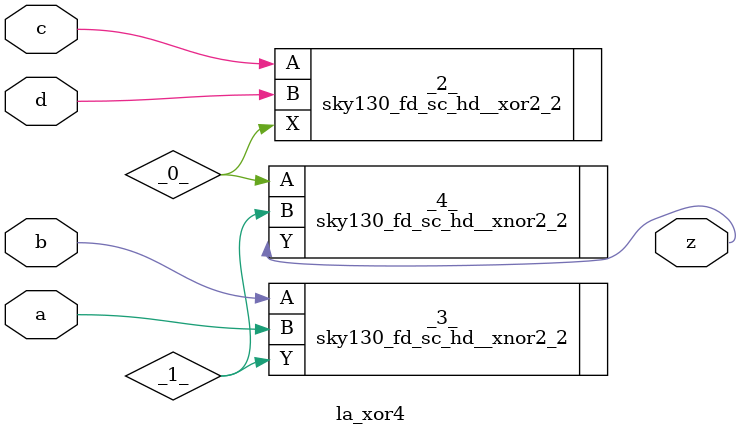
<source format=v>

/* Generated by Yosys 0.44 (git sha1 80ba43d26, g++ 11.4.0-1ubuntu1~22.04 -fPIC -O3) */

(* top =  1  *)
(* src = "inputs/la_xor4.v:10.1-22.10" *)
module la_xor4 (
    a,
    b,
    c,
    d,
    z
);
  wire _0_;
  wire _1_;
  (* src = "inputs/la_xor4.v:13.12-13.13" *)
  input a;
  wire a;
  (* src = "inputs/la_xor4.v:14.12-14.13" *)
  input b;
  wire b;
  (* src = "inputs/la_xor4.v:15.12-15.13" *)
  input c;
  wire c;
  (* src = "inputs/la_xor4.v:16.12-16.13" *)
  input d;
  wire d;
  (* src = "inputs/la_xor4.v:17.12-17.13" *)
  output z;
  wire z;
  sky130_fd_sc_hd__xor2_2 _2_ (
      .A(c),
      .B(d),
      .X(_0_)
  );
  sky130_fd_sc_hd__xnor2_2 _3_ (
      .A(b),
      .B(a),
      .Y(_1_)
  );
  sky130_fd_sc_hd__xnor2_2 _4_ (
      .A(_0_),
      .B(_1_),
      .Y(z)
  );
endmodule

</source>
